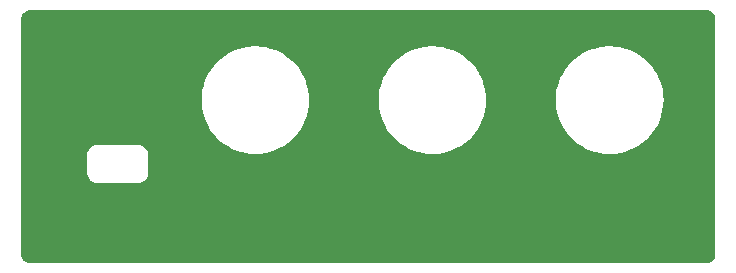
<source format=gbr>
%TF.GenerationSoftware,KiCad,Pcbnew,(6.0.11)*%
%TF.CreationDate,2023-07-10T01:00:54-07:00*%
%TF.ProjectId,cga-ypbpr-right,6367612d-7970-4627-9072-2d7269676874,rev?*%
%TF.SameCoordinates,PX2990618PY4bd2668*%
%TF.FileFunction,Copper,L1,Top*%
%TF.FilePolarity,Positive*%
%FSLAX46Y46*%
G04 Gerber Fmt 4.6, Leading zero omitted, Abs format (unit mm)*
G04 Created by KiCad (PCBNEW (6.0.11)) date 2023-07-10 01:00:54*
%MOMM*%
%LPD*%
G01*
G04 APERTURE LIST*
%TA.AperFunction,ViaPad*%
%ADD10C,0.600000*%
%TD*%
G04 APERTURE END LIST*
D10*
%TO.N,GND*%
X43417000Y24405000D03*
X43417000Y44405000D03*
X-13973000Y44405000D03*
X-13973000Y24405000D03*
%TD*%
%TA.AperFunction,Conductor*%
%TO.N,GND*%
G36*
X43401142Y45097786D02*
G01*
X43417000Y45094990D01*
X43427855Y45096904D01*
X43438879Y45096904D01*
X43438879Y45095865D01*
X43451345Y45096317D01*
X43540179Y45087568D01*
X43564405Y45082749D01*
X43670973Y45050422D01*
X43693793Y45040970D01*
X43792010Y44988472D01*
X43812548Y44974749D01*
X43898634Y44904099D01*
X43916099Y44886634D01*
X43986749Y44800548D01*
X44000472Y44780010D01*
X44052970Y44681793D01*
X44062422Y44658973D01*
X44094749Y44552405D01*
X44099568Y44528179D01*
X44108317Y44439345D01*
X44107865Y44426879D01*
X44108904Y44426879D01*
X44108904Y44415855D01*
X44106990Y44405000D01*
X44108904Y44394146D01*
X44109786Y44389144D01*
X44111700Y44367264D01*
X44111700Y24442736D01*
X44109786Y24420858D01*
X44106990Y24405000D01*
X44108904Y24394145D01*
X44108904Y24383121D01*
X44107865Y24383121D01*
X44108317Y24370655D01*
X44099568Y24281821D01*
X44094749Y24257595D01*
X44062422Y24151027D01*
X44052970Y24128207D01*
X44000472Y24029990D01*
X43986749Y24009452D01*
X43916099Y23923366D01*
X43898634Y23905901D01*
X43812548Y23835251D01*
X43792010Y23821528D01*
X43693793Y23769030D01*
X43670973Y23759578D01*
X43564405Y23727251D01*
X43540179Y23722432D01*
X43451345Y23713683D01*
X43438879Y23714135D01*
X43438879Y23713096D01*
X43427855Y23713096D01*
X43417000Y23715010D01*
X43401142Y23712214D01*
X43379264Y23710300D01*
X-13935264Y23710300D01*
X-13957142Y23712214D01*
X-13973000Y23715010D01*
X-13983855Y23713096D01*
X-13994879Y23713096D01*
X-13994879Y23714135D01*
X-14007345Y23713683D01*
X-14096179Y23722432D01*
X-14120405Y23727251D01*
X-14226973Y23759578D01*
X-14249793Y23769030D01*
X-14348010Y23821528D01*
X-14368548Y23835251D01*
X-14454634Y23905901D01*
X-14472099Y23923366D01*
X-14542749Y24009452D01*
X-14556472Y24029990D01*
X-14608970Y24128207D01*
X-14618422Y24151027D01*
X-14650749Y24257595D01*
X-14655568Y24281821D01*
X-14664317Y24370655D01*
X-14663865Y24383121D01*
X-14664904Y24383121D01*
X-14664904Y24394145D01*
X-14662990Y24405000D01*
X-14665786Y24420858D01*
X-14667700Y24442736D01*
X-14667700Y31405000D01*
X-9113010Y31405000D01*
X-9112262Y31400760D01*
X-9095201Y31227530D01*
X-9043435Y31056881D01*
X-8959371Y30899609D01*
X-8846241Y30761759D01*
X-8708391Y30648629D01*
X-8637186Y30610569D01*
X-8556577Y30567482D01*
X-8556574Y30567481D01*
X-8551119Y30564565D01*
X-8380470Y30512799D01*
X-8326825Y30507516D01*
X-8269730Y30501892D01*
X-8265410Y30501158D01*
X-8263327Y30500327D01*
X-8256932Y30499700D01*
X-8253655Y30499700D01*
X-8241305Y30499093D01*
X-8207240Y30495738D01*
X-8203000Y30494990D01*
X-8187142Y30497786D01*
X-8165264Y30499700D01*
X-4840736Y30499700D01*
X-4818858Y30497786D01*
X-4803000Y30494990D01*
X-4798760Y30495738D01*
X-4625530Y30512799D01*
X-4454881Y30564565D01*
X-4449426Y30567481D01*
X-4449423Y30567482D01*
X-4368814Y30610569D01*
X-4297609Y30648629D01*
X-4159759Y30761759D01*
X-4046629Y30899609D01*
X-3962565Y31056881D01*
X-3910799Y31227530D01*
X-3899892Y31338270D01*
X-3899158Y31342590D01*
X-3898327Y31344673D01*
X-3897700Y31351068D01*
X-3897700Y31354345D01*
X-3897093Y31366695D01*
X-3894906Y31388901D01*
X-3893738Y31400760D01*
X-3892990Y31405000D01*
X-3895786Y31420858D01*
X-3897700Y31442736D01*
X-3897700Y32767264D01*
X-3895786Y32789144D01*
X-3892990Y32805000D01*
X-3893738Y32809240D01*
X-3910799Y32982470D01*
X-3962565Y33153119D01*
X-4046629Y33310391D01*
X-4159759Y33448241D01*
X-4297609Y33561371D01*
X-4368814Y33599431D01*
X-4449423Y33642518D01*
X-4449426Y33642519D01*
X-4454881Y33645435D01*
X-4625530Y33697201D01*
X-4679175Y33702484D01*
X-4736270Y33708108D01*
X-4740590Y33708842D01*
X-4742673Y33709673D01*
X-4749068Y33710300D01*
X-4752345Y33710300D01*
X-4764695Y33710907D01*
X-4786901Y33713094D01*
X-4798760Y33714262D01*
X-4803000Y33715010D01*
X-4818858Y33712214D01*
X-4840736Y33710300D01*
X-8165264Y33710300D01*
X-8187142Y33712214D01*
X-8203000Y33715010D01*
X-8207240Y33714262D01*
X-8380470Y33697201D01*
X-8551119Y33645435D01*
X-8556574Y33642519D01*
X-8556577Y33642518D01*
X-8637186Y33599431D01*
X-8708391Y33561371D01*
X-8846241Y33448241D01*
X-8959371Y33310391D01*
X-9043435Y33153119D01*
X-9095201Y32982470D01*
X-9097343Y32960717D01*
X-9106108Y32871730D01*
X-9106842Y32867410D01*
X-9107673Y32865327D01*
X-9108300Y32858932D01*
X-9108300Y32855655D01*
X-9108907Y32843305D01*
X-9112262Y32809240D01*
X-9113010Y32805000D01*
X-9110214Y32789144D01*
X-9108300Y32767264D01*
X-9108300Y31442736D01*
X-9110214Y31420858D01*
X-9113010Y31405000D01*
X-14667700Y31405000D01*
X-14667700Y37345853D01*
X609612Y37345853D01*
X609841Y37343008D01*
X609841Y37343005D01*
X637932Y36993868D01*
X642792Y36933460D01*
X713212Y36525771D01*
X820292Y36126143D01*
X963151Y35737865D01*
X1140612Y35364132D01*
X1351216Y35008021D01*
X1593228Y34672463D01*
X1864656Y34360220D01*
X1866721Y34358240D01*
X2161211Y34075834D01*
X2161219Y34075827D01*
X2163267Y34073863D01*
X2165485Y34072093D01*
X2165490Y34072088D01*
X2291262Y33971686D01*
X2486602Y33815748D01*
X2488965Y33814190D01*
X2488969Y33814187D01*
X2665467Y33697808D01*
X2832000Y33588000D01*
X3196617Y33392494D01*
X3577454Y33230839D01*
X3580163Y33229969D01*
X3580169Y33229967D01*
X3968648Y33105240D01*
X3968653Y33105239D01*
X3971374Y33104365D01*
X4056773Y33085276D01*
X4372341Y33014737D01*
X4372352Y33014735D01*
X4375135Y33014113D01*
X4785415Y32960827D01*
X5198836Y32944945D01*
X5201698Y32945095D01*
X5201699Y32945095D01*
X5609138Y32966448D01*
X5609145Y32966449D01*
X5611994Y32966598D01*
X5614817Y32967005D01*
X5614819Y32967005D01*
X6018668Y33025200D01*
X6018675Y33025201D01*
X6021490Y33025607D01*
X6423952Y33121487D01*
X6426650Y33122395D01*
X6426657Y33122397D01*
X6813356Y33252536D01*
X6813362Y33252538D01*
X6816068Y33253449D01*
X7194610Y33420406D01*
X7556463Y33620984D01*
X7898647Y33853532D01*
X8218347Y34116136D01*
X8512930Y34406635D01*
X8701212Y34629437D01*
X8778126Y34720452D01*
X8778131Y34720458D01*
X8779972Y34722637D01*
X9017275Y35061541D01*
X9222886Y35420558D01*
X9395112Y35796732D01*
X9396057Y35799417D01*
X9396062Y35799428D01*
X9511116Y36126143D01*
X9532536Y36186967D01*
X9634026Y36588051D01*
X9698747Y36996683D01*
X9721939Y37345853D01*
X15609612Y37345853D01*
X15609841Y37343008D01*
X15609841Y37343005D01*
X15637932Y36993868D01*
X15642792Y36933460D01*
X15713212Y36525771D01*
X15820292Y36126143D01*
X15963151Y35737865D01*
X16140612Y35364132D01*
X16351216Y35008021D01*
X16593228Y34672463D01*
X16864656Y34360220D01*
X16866721Y34358240D01*
X17161211Y34075834D01*
X17161219Y34075827D01*
X17163267Y34073863D01*
X17165485Y34072093D01*
X17165490Y34072088D01*
X17291262Y33971686D01*
X17486602Y33815748D01*
X17488965Y33814190D01*
X17488969Y33814187D01*
X17665467Y33697808D01*
X17832000Y33588000D01*
X18196617Y33392494D01*
X18577454Y33230839D01*
X18580163Y33229969D01*
X18580169Y33229967D01*
X18968648Y33105240D01*
X18968653Y33105239D01*
X18971374Y33104365D01*
X19056773Y33085276D01*
X19372341Y33014737D01*
X19372352Y33014735D01*
X19375135Y33014113D01*
X19785415Y32960827D01*
X20198836Y32944945D01*
X20201698Y32945095D01*
X20201699Y32945095D01*
X20609138Y32966448D01*
X20609145Y32966449D01*
X20611994Y32966598D01*
X20614817Y32967005D01*
X20614819Y32967005D01*
X21018668Y33025200D01*
X21018675Y33025201D01*
X21021490Y33025607D01*
X21423952Y33121487D01*
X21426650Y33122395D01*
X21426657Y33122397D01*
X21813356Y33252536D01*
X21813362Y33252538D01*
X21816068Y33253449D01*
X22194610Y33420406D01*
X22556463Y33620984D01*
X22898647Y33853532D01*
X23218347Y34116136D01*
X23512930Y34406635D01*
X23701212Y34629437D01*
X23778126Y34720452D01*
X23778131Y34720458D01*
X23779972Y34722637D01*
X24017275Y35061541D01*
X24222886Y35420558D01*
X24395112Y35796732D01*
X24396057Y35799417D01*
X24396062Y35799428D01*
X24511116Y36126143D01*
X24532536Y36186967D01*
X24634026Y36588051D01*
X24698747Y36996683D01*
X24721939Y37345853D01*
X30609612Y37345853D01*
X30609841Y37343008D01*
X30609841Y37343005D01*
X30637932Y36993868D01*
X30642792Y36933460D01*
X30713212Y36525771D01*
X30820292Y36126143D01*
X30963151Y35737865D01*
X31140612Y35364132D01*
X31351216Y35008021D01*
X31593228Y34672463D01*
X31864656Y34360220D01*
X31866721Y34358240D01*
X32161211Y34075834D01*
X32161219Y34075827D01*
X32163267Y34073863D01*
X32165485Y34072093D01*
X32165490Y34072088D01*
X32291262Y33971686D01*
X32486602Y33815748D01*
X32488965Y33814190D01*
X32488969Y33814187D01*
X32665467Y33697808D01*
X32832000Y33588000D01*
X33196617Y33392494D01*
X33577454Y33230839D01*
X33580163Y33229969D01*
X33580169Y33229967D01*
X33968648Y33105240D01*
X33968653Y33105239D01*
X33971374Y33104365D01*
X34056773Y33085276D01*
X34372341Y33014737D01*
X34372352Y33014735D01*
X34375135Y33014113D01*
X34785415Y32960827D01*
X35198836Y32944945D01*
X35201698Y32945095D01*
X35201699Y32945095D01*
X35609138Y32966448D01*
X35609145Y32966449D01*
X35611994Y32966598D01*
X35614817Y32967005D01*
X35614819Y32967005D01*
X36018668Y33025200D01*
X36018675Y33025201D01*
X36021490Y33025607D01*
X36423952Y33121487D01*
X36426650Y33122395D01*
X36426657Y33122397D01*
X36813356Y33252536D01*
X36813362Y33252538D01*
X36816068Y33253449D01*
X37194610Y33420406D01*
X37556463Y33620984D01*
X37898647Y33853532D01*
X38218347Y34116136D01*
X38512930Y34406635D01*
X38701212Y34629437D01*
X38778126Y34720452D01*
X38778131Y34720458D01*
X38779972Y34722637D01*
X39017275Y35061541D01*
X39222886Y35420558D01*
X39395112Y35796732D01*
X39396057Y35799417D01*
X39396062Y35799428D01*
X39511116Y36126143D01*
X39532536Y36186967D01*
X39634026Y36588051D01*
X39698747Y36996683D01*
X39721939Y37345853D01*
X39726050Y37407749D01*
X39726050Y37407757D01*
X39726166Y37409499D01*
X39727166Y37505000D01*
X39708398Y37918300D01*
X39652249Y38328197D01*
X39559181Y38731319D01*
X39480103Y38971838D01*
X39430855Y39121625D01*
X39430855Y39121626D01*
X39429960Y39124347D01*
X39428829Y39126961D01*
X39428825Y39126971D01*
X39297926Y39429460D01*
X39265650Y39504045D01*
X39144004Y39727160D01*
X39068973Y39864777D01*
X39068969Y39864784D01*
X39067603Y39867289D01*
X38925939Y40078904D01*
X38839041Y40208712D01*
X38839033Y40208723D01*
X38837449Y40211089D01*
X38577083Y40532614D01*
X38398626Y40716126D01*
X38290638Y40827172D01*
X38290634Y40827176D01*
X38288648Y40829218D01*
X38286490Y40831068D01*
X38286480Y40831077D01*
X37976693Y41096597D01*
X37976688Y41096601D01*
X37974519Y41098460D01*
X37972188Y41100117D01*
X37972181Y41100122D01*
X37639615Y41336463D01*
X37639613Y41336464D01*
X37637279Y41338123D01*
X37413242Y41468516D01*
X37282163Y41544806D01*
X37282156Y41544810D01*
X37279707Y41546235D01*
X37043091Y41656571D01*
X36907340Y41719873D01*
X36907330Y41719877D01*
X36904744Y41721083D01*
X36902047Y41722054D01*
X36518168Y41860260D01*
X36518159Y41860263D01*
X36515478Y41861228D01*
X36250397Y41930276D01*
X36117881Y41964794D01*
X36117875Y41964795D01*
X36115112Y41965515D01*
X35706942Y42033088D01*
X35704099Y42033297D01*
X35704097Y42033297D01*
X35297173Y42063179D01*
X35294327Y42063388D01*
X35122376Y42060387D01*
X34883516Y42056218D01*
X34883511Y42056218D01*
X34880665Y42056168D01*
X34877832Y42055860D01*
X34877828Y42055860D01*
X34663915Y42032621D01*
X34469359Y42011485D01*
X34063796Y41929710D01*
X34061063Y41928895D01*
X34061058Y41928894D01*
X33836497Y41861949D01*
X33667313Y41811513D01*
X33664652Y41810449D01*
X33664650Y41810448D01*
X33438196Y41719873D01*
X33283175Y41657869D01*
X33280628Y41656571D01*
X32917086Y41471337D01*
X32917081Y41471334D01*
X32914543Y41470041D01*
X32912124Y41468518D01*
X32912121Y41468516D01*
X32739497Y41359809D01*
X32564451Y41249577D01*
X32235782Y40998290D01*
X31931240Y40718249D01*
X31653332Y40411759D01*
X31404345Y40081343D01*
X31186330Y39729721D01*
X31001081Y39359787D01*
X30850122Y38974585D01*
X30849324Y38971838D01*
X30779447Y38731319D01*
X30734696Y38577287D01*
X30655754Y38171163D01*
X30613944Y37759555D01*
X30611423Y37518770D01*
X30609612Y37345853D01*
X24721939Y37345853D01*
X24726050Y37407749D01*
X24726050Y37407757D01*
X24726166Y37409499D01*
X24727166Y37505000D01*
X24708398Y37918300D01*
X24652249Y38328197D01*
X24559181Y38731319D01*
X24480103Y38971838D01*
X24430855Y39121625D01*
X24430855Y39121626D01*
X24429960Y39124347D01*
X24428829Y39126961D01*
X24428825Y39126971D01*
X24297926Y39429460D01*
X24265650Y39504045D01*
X24144004Y39727160D01*
X24068973Y39864777D01*
X24068969Y39864784D01*
X24067603Y39867289D01*
X23925939Y40078904D01*
X23839041Y40208712D01*
X23839033Y40208723D01*
X23837449Y40211089D01*
X23577083Y40532614D01*
X23398626Y40716126D01*
X23290638Y40827172D01*
X23290634Y40827176D01*
X23288648Y40829218D01*
X23286490Y40831068D01*
X23286480Y40831077D01*
X22976693Y41096597D01*
X22976688Y41096601D01*
X22974519Y41098460D01*
X22972188Y41100117D01*
X22972181Y41100122D01*
X22639615Y41336463D01*
X22639613Y41336464D01*
X22637279Y41338123D01*
X22413242Y41468516D01*
X22282163Y41544806D01*
X22282156Y41544810D01*
X22279707Y41546235D01*
X22043091Y41656571D01*
X21907340Y41719873D01*
X21907330Y41719877D01*
X21904744Y41721083D01*
X21902047Y41722054D01*
X21518168Y41860260D01*
X21518159Y41860263D01*
X21515478Y41861228D01*
X21250397Y41930276D01*
X21117881Y41964794D01*
X21117875Y41964795D01*
X21115112Y41965515D01*
X20706942Y42033088D01*
X20704099Y42033297D01*
X20704097Y42033297D01*
X20297173Y42063179D01*
X20294327Y42063388D01*
X20122376Y42060387D01*
X19883516Y42056218D01*
X19883511Y42056218D01*
X19880665Y42056168D01*
X19877832Y42055860D01*
X19877828Y42055860D01*
X19663915Y42032621D01*
X19469359Y42011485D01*
X19063796Y41929710D01*
X19061063Y41928895D01*
X19061058Y41928894D01*
X18836497Y41861949D01*
X18667313Y41811513D01*
X18664652Y41810449D01*
X18664650Y41810448D01*
X18438196Y41719873D01*
X18283175Y41657869D01*
X18280628Y41656571D01*
X17917086Y41471337D01*
X17917081Y41471334D01*
X17914543Y41470041D01*
X17912124Y41468518D01*
X17912121Y41468516D01*
X17739497Y41359809D01*
X17564451Y41249577D01*
X17235782Y40998290D01*
X16931240Y40718249D01*
X16653332Y40411759D01*
X16404345Y40081343D01*
X16186330Y39729721D01*
X16001081Y39359787D01*
X15850122Y38974585D01*
X15849324Y38971838D01*
X15779447Y38731319D01*
X15734696Y38577287D01*
X15655754Y38171163D01*
X15613944Y37759555D01*
X15611423Y37518770D01*
X15609612Y37345853D01*
X9721939Y37345853D01*
X9726050Y37407749D01*
X9726050Y37407757D01*
X9726166Y37409499D01*
X9727166Y37505000D01*
X9708398Y37918300D01*
X9652249Y38328197D01*
X9559181Y38731319D01*
X9480103Y38971838D01*
X9430855Y39121625D01*
X9430855Y39121626D01*
X9429960Y39124347D01*
X9428829Y39126961D01*
X9428825Y39126971D01*
X9297926Y39429460D01*
X9265650Y39504045D01*
X9144004Y39727160D01*
X9068973Y39864777D01*
X9068969Y39864784D01*
X9067603Y39867289D01*
X8925939Y40078904D01*
X8839041Y40208712D01*
X8839033Y40208723D01*
X8837449Y40211089D01*
X8577083Y40532614D01*
X8398626Y40716126D01*
X8290638Y40827172D01*
X8290634Y40827176D01*
X8288648Y40829218D01*
X8286490Y40831068D01*
X8286480Y40831077D01*
X7976693Y41096597D01*
X7976688Y41096601D01*
X7974519Y41098460D01*
X7972188Y41100117D01*
X7972181Y41100122D01*
X7639615Y41336463D01*
X7639613Y41336464D01*
X7637279Y41338123D01*
X7413242Y41468516D01*
X7282163Y41544806D01*
X7282156Y41544810D01*
X7279707Y41546235D01*
X7043091Y41656571D01*
X6907340Y41719873D01*
X6907330Y41719877D01*
X6904744Y41721083D01*
X6902047Y41722054D01*
X6518168Y41860260D01*
X6518159Y41860263D01*
X6515478Y41861228D01*
X6250397Y41930276D01*
X6117881Y41964794D01*
X6117875Y41964795D01*
X6115112Y41965515D01*
X5706942Y42033088D01*
X5704099Y42033297D01*
X5704097Y42033297D01*
X5297173Y42063179D01*
X5294327Y42063388D01*
X5122376Y42060387D01*
X4883516Y42056218D01*
X4883511Y42056218D01*
X4880665Y42056168D01*
X4877832Y42055860D01*
X4877828Y42055860D01*
X4663915Y42032621D01*
X4469359Y42011485D01*
X4063796Y41929710D01*
X4061063Y41928895D01*
X4061058Y41928894D01*
X3836497Y41861949D01*
X3667313Y41811513D01*
X3664652Y41810449D01*
X3664650Y41810448D01*
X3438196Y41719873D01*
X3283175Y41657869D01*
X3280628Y41656571D01*
X2917086Y41471337D01*
X2917081Y41471334D01*
X2914543Y41470041D01*
X2912124Y41468518D01*
X2912121Y41468516D01*
X2739497Y41359809D01*
X2564451Y41249577D01*
X2235782Y40998290D01*
X1931240Y40718249D01*
X1653332Y40411759D01*
X1404345Y40081343D01*
X1186330Y39729721D01*
X1001081Y39359787D01*
X850122Y38974585D01*
X849324Y38971838D01*
X779447Y38731319D01*
X734696Y38577287D01*
X655754Y38171163D01*
X613944Y37759555D01*
X611423Y37518770D01*
X609612Y37345853D01*
X-14667700Y37345853D01*
X-14667700Y44367264D01*
X-14665786Y44389144D01*
X-14664904Y44394146D01*
X-14662990Y44405000D01*
X-14664904Y44415855D01*
X-14664904Y44426879D01*
X-14663865Y44426879D01*
X-14664317Y44439345D01*
X-14655568Y44528179D01*
X-14650749Y44552405D01*
X-14618422Y44658973D01*
X-14608970Y44681793D01*
X-14556472Y44780010D01*
X-14542749Y44800548D01*
X-14472099Y44886634D01*
X-14454634Y44904099D01*
X-14368548Y44974749D01*
X-14348010Y44988472D01*
X-14249793Y45040970D01*
X-14226973Y45050422D01*
X-14120405Y45082749D01*
X-14096179Y45087568D01*
X-14007345Y45096317D01*
X-13994879Y45095865D01*
X-13994879Y45096904D01*
X-13983855Y45096904D01*
X-13973000Y45094990D01*
X-13957142Y45097786D01*
X-13935264Y45099700D01*
X43379264Y45099700D01*
X43401142Y45097786D01*
G37*
%TD.AperFunction*%
%TD*%
M02*

</source>
